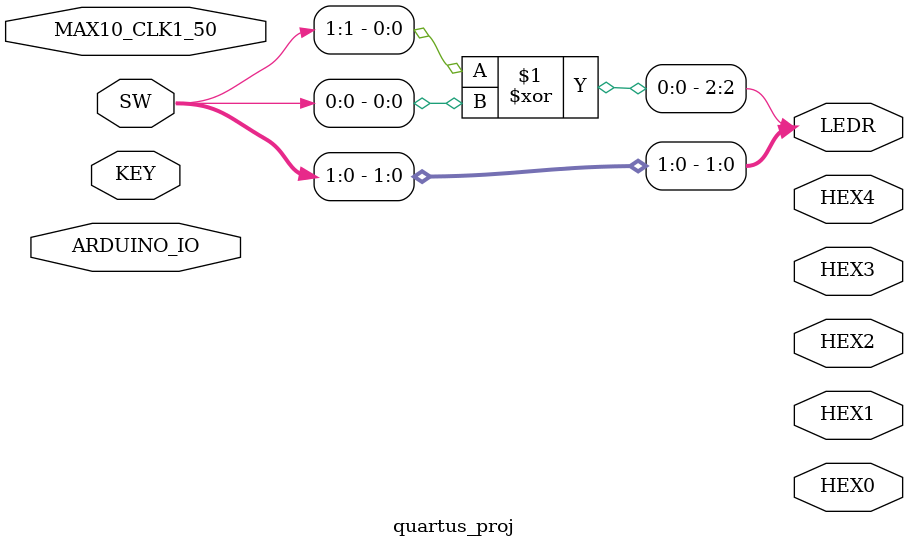
<source format=sv>

module quartus_proj(
    input           MAX10_CLK1_50,  // 50 HMz clock
    input  [1:0]    KEY,            // Buttons
    inout  [9:0]    ARDUINO_IO,     // Header pins
    output [9:0]    LEDR,           // LEDs
    input  [9:0]    SW,             // Switches
    output [7:0]    HEX0,           // 7-segment dieplay
    output [7:0]    HEX1,           // 7-segment dieplay
    output [7:0]    HEX2,           // 7-segment dieplay
    output [7:0]    HEX3,           // 7-segment dieplay
    output [7:0]    HEX4            // 7-segment dieplay
);
    
	 // Connect the LEDs 0 and 1 to the switches 0 and 1
    assign LEDR[1:0] = SW[1:0];
	 
	 // connect the LED 2 to the AND of the two switches
	 // assign LEDR[2] = SW[1] && SW[0];
	 assign LEDR[2] = SW[1] ^ SW[0];

endmodule

</source>
